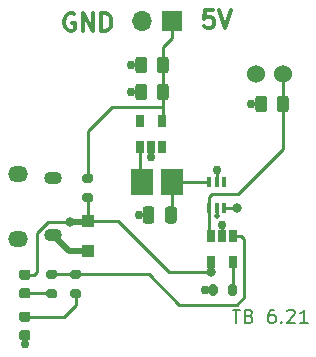
<source format=gbr>
%TF.GenerationSoftware,KiCad,Pcbnew,(5.1.9)-1*%
%TF.CreationDate,2021-06-15T19:58:51-04:00*%
%TF.ProjectId,uBMS,75424d53-2e6b-4696-9361-645f70636258,rev?*%
%TF.SameCoordinates,Original*%
%TF.FileFunction,Copper,L1,Top*%
%TF.FilePolarity,Positive*%
%FSLAX46Y46*%
G04 Gerber Fmt 4.6, Leading zero omitted, Abs format (unit mm)*
G04 Created by KiCad (PCBNEW (5.1.9)-1) date 2021-06-15 19:58:51*
%MOMM*%
%LPD*%
G01*
G04 APERTURE LIST*
%TA.AperFunction,NonConductor*%
%ADD10C,0.203200*%
%TD*%
%TA.AperFunction,NonConductor*%
%ADD11C,0.300000*%
%TD*%
%TA.AperFunction,ComponentPad*%
%ADD12C,1.524000*%
%TD*%
%TA.AperFunction,ComponentPad*%
%ADD13O,1.700000X1.350000*%
%TD*%
%TA.AperFunction,ComponentPad*%
%ADD14O,1.500000X1.100000*%
%TD*%
%TA.AperFunction,SMDPad,CuDef*%
%ADD15R,0.650000X1.060000*%
%TD*%
%TA.AperFunction,SMDPad,CuDef*%
%ADD16R,0.406400X0.880600*%
%TD*%
%TA.AperFunction,SMDPad,CuDef*%
%ADD17R,1.825000X2.200000*%
%TD*%
%TA.AperFunction,ComponentPad*%
%ADD18O,1.700000X1.700000*%
%TD*%
%TA.AperFunction,ComponentPad*%
%ADD19R,1.700000X1.700000*%
%TD*%
%TA.AperFunction,SMDPad,CuDef*%
%ADD20R,1.000000X1.000000*%
%TD*%
%TA.AperFunction,ViaPad*%
%ADD21C,0.762000*%
%TD*%
%TA.AperFunction,ViaPad*%
%ADD22C,0.508000*%
%TD*%
%TA.AperFunction,ViaPad*%
%ADD23C,0.800000*%
%TD*%
%TA.AperFunction,Conductor*%
%ADD24C,0.508000*%
%TD*%
%TA.AperFunction,Conductor*%
%ADD25C,0.254000*%
%TD*%
%TA.AperFunction,Conductor*%
%ADD26C,0.250000*%
%TD*%
G04 APERTURE END LIST*
D10*
X96075500Y-96656071D02*
X96728642Y-96656071D01*
X96402071Y-97799071D02*
X96402071Y-96656071D01*
X97490642Y-97200357D02*
X97653928Y-97254785D01*
X97708357Y-97309214D01*
X97762785Y-97418071D01*
X97762785Y-97581357D01*
X97708357Y-97690214D01*
X97653928Y-97744642D01*
X97545071Y-97799071D01*
X97109642Y-97799071D01*
X97109642Y-96656071D01*
X97490642Y-96656071D01*
X97599500Y-96710500D01*
X97653928Y-96764928D01*
X97708357Y-96873785D01*
X97708357Y-96982642D01*
X97653928Y-97091500D01*
X97599500Y-97145928D01*
X97490642Y-97200357D01*
X97109642Y-97200357D01*
X99613357Y-96656071D02*
X99395642Y-96656071D01*
X99286785Y-96710500D01*
X99232357Y-96764928D01*
X99123500Y-96928214D01*
X99069071Y-97145928D01*
X99069071Y-97581357D01*
X99123500Y-97690214D01*
X99177928Y-97744642D01*
X99286785Y-97799071D01*
X99504500Y-97799071D01*
X99613357Y-97744642D01*
X99667785Y-97690214D01*
X99722214Y-97581357D01*
X99722214Y-97309214D01*
X99667785Y-97200357D01*
X99613357Y-97145928D01*
X99504500Y-97091500D01*
X99286785Y-97091500D01*
X99177928Y-97145928D01*
X99123500Y-97200357D01*
X99069071Y-97309214D01*
X100212071Y-97690214D02*
X100266500Y-97744642D01*
X100212071Y-97799071D01*
X100157642Y-97744642D01*
X100212071Y-97690214D01*
X100212071Y-97799071D01*
X100701928Y-96764928D02*
X100756357Y-96710500D01*
X100865214Y-96656071D01*
X101137357Y-96656071D01*
X101246214Y-96710500D01*
X101300642Y-96764928D01*
X101355071Y-96873785D01*
X101355071Y-96982642D01*
X101300642Y-97145928D01*
X100647500Y-97799071D01*
X101355071Y-97799071D01*
X102443642Y-97799071D02*
X101790500Y-97799071D01*
X102117071Y-97799071D02*
X102117071Y-96656071D01*
X102008214Y-96819357D01*
X101899357Y-96928214D01*
X101790500Y-96982642D01*
D11*
X94456285Y-71314571D02*
X93742000Y-71314571D01*
X93670571Y-72028857D01*
X93742000Y-71957428D01*
X93884857Y-71886000D01*
X94242000Y-71886000D01*
X94384857Y-71957428D01*
X94456285Y-72028857D01*
X94527714Y-72171714D01*
X94527714Y-72528857D01*
X94456285Y-72671714D01*
X94384857Y-72743142D01*
X94242000Y-72814571D01*
X93884857Y-72814571D01*
X93742000Y-72743142D01*
X93670571Y-72671714D01*
X94956285Y-71314571D02*
X95456285Y-72814571D01*
X95956285Y-71314571D01*
X82677142Y-71640000D02*
X82534285Y-71568571D01*
X82320000Y-71568571D01*
X82105714Y-71640000D01*
X81962857Y-71782857D01*
X81891428Y-71925714D01*
X81820000Y-72211428D01*
X81820000Y-72425714D01*
X81891428Y-72711428D01*
X81962857Y-72854285D01*
X82105714Y-72997142D01*
X82320000Y-73068571D01*
X82462857Y-73068571D01*
X82677142Y-72997142D01*
X82748571Y-72925714D01*
X82748571Y-72425714D01*
X82462857Y-72425714D01*
X83391428Y-73068571D02*
X83391428Y-71568571D01*
X84248571Y-73068571D01*
X84248571Y-71568571D01*
X84962857Y-73068571D02*
X84962857Y-71568571D01*
X85320000Y-71568571D01*
X85534285Y-71640000D01*
X85677142Y-71782857D01*
X85748571Y-71925714D01*
X85820000Y-72211428D01*
X85820000Y-72425714D01*
X85748571Y-72711428D01*
X85677142Y-72854285D01*
X85534285Y-72997142D01*
X85320000Y-73068571D01*
X84962857Y-73068571D01*
%TO.P,C2,2*%
%TO.N,GND*%
%TA.AperFunction,SMDPad,CuDef*%
G36*
G01*
X89466000Y-88171000D02*
X89466000Y-89121000D01*
G75*
G02*
X89216000Y-89371000I-250000J0D01*
G01*
X88716000Y-89371000D01*
G75*
G02*
X88466000Y-89121000I0J250000D01*
G01*
X88466000Y-88171000D01*
G75*
G02*
X88716000Y-87921000I250000J0D01*
G01*
X89216000Y-87921000D01*
G75*
G02*
X89466000Y-88171000I0J-250000D01*
G01*
G37*
%TD.AperFunction*%
%TO.P,C2,1*%
%TO.N,Net-(C2-Pad1)*%
%TA.AperFunction,SMDPad,CuDef*%
G36*
G01*
X91366000Y-88171000D02*
X91366000Y-89121000D01*
G75*
G02*
X91116000Y-89371000I-250000J0D01*
G01*
X90616000Y-89371000D01*
G75*
G02*
X90366000Y-89121000I0J250000D01*
G01*
X90366000Y-88171000D01*
G75*
G02*
X90616000Y-87921000I250000J0D01*
G01*
X91116000Y-87921000D01*
G75*
G02*
X91366000Y-88171000I0J-250000D01*
G01*
G37*
%TD.AperFunction*%
%TD*%
%TO.P,R4,2*%
%TO.N,Net-(R2-Pad2)*%
%TA.AperFunction,SMDPad,CuDef*%
G36*
G01*
X83079000Y-94063000D02*
X82529000Y-94063000D01*
G75*
G02*
X82329000Y-93863000I0J200000D01*
G01*
X82329000Y-93463000D01*
G75*
G02*
X82529000Y-93263000I200000J0D01*
G01*
X83079000Y-93263000D01*
G75*
G02*
X83279000Y-93463000I0J-200000D01*
G01*
X83279000Y-93863000D01*
G75*
G02*
X83079000Y-94063000I-200000J0D01*
G01*
G37*
%TD.AperFunction*%
%TO.P,R4,1*%
%TO.N,Net-(LED2-Pad2)*%
%TA.AperFunction,SMDPad,CuDef*%
G36*
G01*
X83079000Y-95713000D02*
X82529000Y-95713000D01*
G75*
G02*
X82329000Y-95513000I0J200000D01*
G01*
X82329000Y-95113000D01*
G75*
G02*
X82529000Y-94913000I200000J0D01*
G01*
X83079000Y-94913000D01*
G75*
G02*
X83279000Y-95113000I0J-200000D01*
G01*
X83279000Y-95513000D01*
G75*
G02*
X83079000Y-95713000I-200000J0D01*
G01*
G37*
%TD.AperFunction*%
%TD*%
%TO.P,R2,2*%
%TO.N,Net-(R2-Pad2)*%
%TA.AperFunction,SMDPad,CuDef*%
G36*
G01*
X81047000Y-94063000D02*
X80497000Y-94063000D01*
G75*
G02*
X80297000Y-93863000I0J200000D01*
G01*
X80297000Y-93463000D01*
G75*
G02*
X80497000Y-93263000I200000J0D01*
G01*
X81047000Y-93263000D01*
G75*
G02*
X81247000Y-93463000I0J-200000D01*
G01*
X81247000Y-93863000D01*
G75*
G02*
X81047000Y-94063000I-200000J0D01*
G01*
G37*
%TD.AperFunction*%
%TO.P,R2,1*%
%TO.N,Net-(LED1-Pad1)*%
%TA.AperFunction,SMDPad,CuDef*%
G36*
G01*
X81047000Y-95713000D02*
X80497000Y-95713000D01*
G75*
G02*
X80297000Y-95513000I0J200000D01*
G01*
X80297000Y-95113000D01*
G75*
G02*
X80497000Y-94913000I200000J0D01*
G01*
X81047000Y-94913000D01*
G75*
G02*
X81247000Y-95113000I0J-200000D01*
G01*
X81247000Y-95513000D01*
G75*
G02*
X81047000Y-95713000I-200000J0D01*
G01*
G37*
%TD.AperFunction*%
%TD*%
%TO.P,DONE,2*%
%TO.N,Net-(LED2-Pad2)*%
%TA.AperFunction,SMDPad,CuDef*%
G36*
G01*
X78742250Y-97694000D02*
X78229750Y-97694000D01*
G75*
G02*
X78011000Y-97475250I0J218750D01*
G01*
X78011000Y-97037750D01*
G75*
G02*
X78229750Y-96819000I218750J0D01*
G01*
X78742250Y-96819000D01*
G75*
G02*
X78961000Y-97037750I0J-218750D01*
G01*
X78961000Y-97475250D01*
G75*
G02*
X78742250Y-97694000I-218750J0D01*
G01*
G37*
%TD.AperFunction*%
%TO.P,DONE,1*%
%TO.N,GND*%
%TA.AperFunction,SMDPad,CuDef*%
G36*
G01*
X78742250Y-99269000D02*
X78229750Y-99269000D01*
G75*
G02*
X78011000Y-99050250I0J218750D01*
G01*
X78011000Y-98612750D01*
G75*
G02*
X78229750Y-98394000I218750J0D01*
G01*
X78742250Y-98394000D01*
G75*
G02*
X78961000Y-98612750I0J-218750D01*
G01*
X78961000Y-99050250D01*
G75*
G02*
X78742250Y-99269000I-218750J0D01*
G01*
G37*
%TD.AperFunction*%
%TD*%
%TO.P,CHG,2*%
%TO.N,+V_USB*%
%TA.AperFunction,SMDPad,CuDef*%
G36*
G01*
X78742250Y-94138000D02*
X78229750Y-94138000D01*
G75*
G02*
X78011000Y-93919250I0J218750D01*
G01*
X78011000Y-93481750D01*
G75*
G02*
X78229750Y-93263000I218750J0D01*
G01*
X78742250Y-93263000D01*
G75*
G02*
X78961000Y-93481750I0J-218750D01*
G01*
X78961000Y-93919250D01*
G75*
G02*
X78742250Y-94138000I-218750J0D01*
G01*
G37*
%TD.AperFunction*%
%TO.P,CHG,1*%
%TO.N,Net-(LED1-Pad1)*%
%TA.AperFunction,SMDPad,CuDef*%
G36*
G01*
X78742250Y-95713000D02*
X78229750Y-95713000D01*
G75*
G02*
X78011000Y-95494250I0J218750D01*
G01*
X78011000Y-95056750D01*
G75*
G02*
X78229750Y-94838000I218750J0D01*
G01*
X78742250Y-94838000D01*
G75*
G02*
X78961000Y-95056750I0J-218750D01*
G01*
X78961000Y-95494250D01*
G75*
G02*
X78742250Y-95713000I-218750J0D01*
G01*
G37*
%TD.AperFunction*%
%TD*%
D12*
%TO.P,3.7V 180mAh,2*%
%TO.N,GND*%
X98044000Y-76708000D03*
%TO.P,3.7V 180mAh,1*%
%TO.N,+V_BAT*%
X100330000Y-76708000D03*
%TD*%
D13*
%TO.P,J2,6*%
%TO.N,GND*%
X77879000Y-85179000D03*
X77879000Y-90639000D03*
D14*
X80879000Y-85489000D03*
X80879000Y-90329000D03*
%TD*%
D15*
%TO.P,U3,5*%
%TO.N,Net-(U3-Pad5)*%
X88204000Y-80688000D03*
%TO.P,U3,4*%
%TO.N,+5V*%
X90104000Y-80688000D03*
%TO.P,U3,3*%
%TO.N,Net-(U3-Pad3)*%
X90104000Y-82888000D03*
%TO.P,U3,2*%
%TO.N,GND*%
X89154000Y-82888000D03*
%TO.P,U3,1*%
%TO.N,Net-(L1-Pad2)*%
X88204000Y-82888000D03*
%TD*%
%TO.P,U2,5*%
%TO.N,Net-(R1-Pad1)*%
X96134000Y-92624000D03*
%TO.P,U2,4*%
%TO.N,+V_USB*%
X94234000Y-92624000D03*
%TO.P,U2,3*%
%TO.N,+V_BAT*%
X94234000Y-90424000D03*
%TO.P,U2,2*%
%TO.N,GND*%
X95184000Y-90424000D03*
%TO.P,U2,1*%
%TO.N,Net-(R2-Pad2)*%
X96134000Y-90424000D03*
%TD*%
D16*
%TO.P,U1,1*%
%TO.N,+V_BAT*%
X94092001Y-88082602D03*
%TO.P,U1,2*%
%TO.N,GND*%
X94742000Y-88082602D03*
%TO.P,U1,3*%
%TO.N,+V_USB*%
X95391999Y-88082602D03*
%TO.P,U1,4*%
%TO.N,Net-(U1-Pad4)*%
X95391999Y-85852000D03*
%TO.P,U1,5*%
%TO.N,GND*%
X94742000Y-85852000D03*
%TO.P,U1,6*%
%TO.N,Net-(C2-Pad1)*%
X94092001Y-85852000D03*
%TD*%
%TO.P,R3,2*%
%TO.N,+V_USB*%
%TA.AperFunction,SMDPad,CuDef*%
G36*
G01*
X83545000Y-86785000D02*
X84095000Y-86785000D01*
G75*
G02*
X84295000Y-86985000I0J-200000D01*
G01*
X84295000Y-87385000D01*
G75*
G02*
X84095000Y-87585000I-200000J0D01*
G01*
X83545000Y-87585000D01*
G75*
G02*
X83345000Y-87385000I0J200000D01*
G01*
X83345000Y-86985000D01*
G75*
G02*
X83545000Y-86785000I200000J0D01*
G01*
G37*
%TD.AperFunction*%
%TO.P,R3,1*%
%TO.N,+5V*%
%TA.AperFunction,SMDPad,CuDef*%
G36*
G01*
X83545000Y-85135000D02*
X84095000Y-85135000D01*
G75*
G02*
X84295000Y-85335000I0J-200000D01*
G01*
X84295000Y-85735000D01*
G75*
G02*
X84095000Y-85935000I-200000J0D01*
G01*
X83545000Y-85935000D01*
G75*
G02*
X83345000Y-85735000I0J200000D01*
G01*
X83345000Y-85335000D01*
G75*
G02*
X83545000Y-85135000I200000J0D01*
G01*
G37*
%TD.AperFunction*%
%TD*%
%TO.P,R1,2*%
%TO.N,GND*%
%TA.AperFunction,SMDPad,CuDef*%
G36*
G01*
X94825000Y-94721000D02*
X94825000Y-95271000D01*
G75*
G02*
X94625000Y-95471000I-200000J0D01*
G01*
X94225000Y-95471000D01*
G75*
G02*
X94025000Y-95271000I0J200000D01*
G01*
X94025000Y-94721000D01*
G75*
G02*
X94225000Y-94521000I200000J0D01*
G01*
X94625000Y-94521000D01*
G75*
G02*
X94825000Y-94721000I0J-200000D01*
G01*
G37*
%TD.AperFunction*%
%TO.P,R1,1*%
%TO.N,Net-(R1-Pad1)*%
%TA.AperFunction,SMDPad,CuDef*%
G36*
G01*
X96475000Y-94721000D02*
X96475000Y-95271000D01*
G75*
G02*
X96275000Y-95471000I-200000J0D01*
G01*
X95875000Y-95471000D01*
G75*
G02*
X95675000Y-95271000I0J200000D01*
G01*
X95675000Y-94721000D01*
G75*
G02*
X95875000Y-94521000I200000J0D01*
G01*
X96275000Y-94521000D01*
G75*
G02*
X96475000Y-94721000I0J-200000D01*
G01*
G37*
%TD.AperFunction*%
%TD*%
D17*
%TO.P,L1,2*%
%TO.N,Net-(L1-Pad2)*%
X88374500Y-85852000D03*
%TO.P,L1,1*%
%TO.N,Net-(C2-Pad1)*%
X90949500Y-85852000D03*
%TD*%
D18*
%TO.P,W,2*%
%TO.N,GND*%
X88392000Y-72263000D03*
D19*
%TO.P,W,1*%
%TO.N,+5V*%
X90932000Y-72263000D03*
%TD*%
D20*
%TO.P,D1,2*%
%TO.N,GND*%
X83820000Y-91674000D03*
%TO.P,D1,1*%
%TO.N,+V_USB*%
X83820000Y-89174000D03*
%TD*%
%TO.P,C4,2*%
%TO.N,GND*%
%TA.AperFunction,SMDPad,CuDef*%
G36*
G01*
X88857500Y-75495999D02*
X88857500Y-76396001D01*
G75*
G02*
X88607501Y-76646000I-249999J0D01*
G01*
X88082499Y-76646000D01*
G75*
G02*
X87832500Y-76396001I0J249999D01*
G01*
X87832500Y-75495999D01*
G75*
G02*
X88082499Y-75246000I249999J0D01*
G01*
X88607501Y-75246000D01*
G75*
G02*
X88857500Y-75495999I0J-249999D01*
G01*
G37*
%TD.AperFunction*%
%TO.P,C4,1*%
%TO.N,+5V*%
%TA.AperFunction,SMDPad,CuDef*%
G36*
G01*
X90682500Y-75495999D02*
X90682500Y-76396001D01*
G75*
G02*
X90432501Y-76646000I-249999J0D01*
G01*
X89907499Y-76646000D01*
G75*
G02*
X89657500Y-76396001I0J249999D01*
G01*
X89657500Y-75495999D01*
G75*
G02*
X89907499Y-75246000I249999J0D01*
G01*
X90432501Y-75246000D01*
G75*
G02*
X90682500Y-75495999I0J-249999D01*
G01*
G37*
%TD.AperFunction*%
%TD*%
%TO.P,C3,2*%
%TO.N,GND*%
%TA.AperFunction,SMDPad,CuDef*%
G36*
G01*
X88857500Y-77781999D02*
X88857500Y-78682001D01*
G75*
G02*
X88607501Y-78932000I-249999J0D01*
G01*
X88082499Y-78932000D01*
G75*
G02*
X87832500Y-78682001I0J249999D01*
G01*
X87832500Y-77781999D01*
G75*
G02*
X88082499Y-77532000I249999J0D01*
G01*
X88607501Y-77532000D01*
G75*
G02*
X88857500Y-77781999I0J-249999D01*
G01*
G37*
%TD.AperFunction*%
%TO.P,C3,1*%
%TO.N,+5V*%
%TA.AperFunction,SMDPad,CuDef*%
G36*
G01*
X90682500Y-77781999D02*
X90682500Y-78682001D01*
G75*
G02*
X90432501Y-78932000I-249999J0D01*
G01*
X89907499Y-78932000D01*
G75*
G02*
X89657500Y-78682001I0J249999D01*
G01*
X89657500Y-77781999D01*
G75*
G02*
X89907499Y-77532000I249999J0D01*
G01*
X90432501Y-77532000D01*
G75*
G02*
X90682500Y-77781999I0J-249999D01*
G01*
G37*
%TD.AperFunction*%
%TD*%
%TO.P,C1,2*%
%TO.N,GND*%
%TA.AperFunction,SMDPad,CuDef*%
G36*
G01*
X99017500Y-78797999D02*
X99017500Y-79698001D01*
G75*
G02*
X98767501Y-79948000I-249999J0D01*
G01*
X98242499Y-79948000D01*
G75*
G02*
X97992500Y-79698001I0J249999D01*
G01*
X97992500Y-78797999D01*
G75*
G02*
X98242499Y-78548000I249999J0D01*
G01*
X98767501Y-78548000D01*
G75*
G02*
X99017500Y-78797999I0J-249999D01*
G01*
G37*
%TD.AperFunction*%
%TO.P,C1,1*%
%TO.N,+V_BAT*%
%TA.AperFunction,SMDPad,CuDef*%
G36*
G01*
X100842500Y-78797999D02*
X100842500Y-79698001D01*
G75*
G02*
X100592501Y-79948000I-249999J0D01*
G01*
X100067499Y-79948000D01*
G75*
G02*
X99817500Y-79698001I0J249999D01*
G01*
X99817500Y-78797999D01*
G75*
G02*
X100067499Y-78548000I249999J0D01*
G01*
X100592501Y-78548000D01*
G75*
G02*
X100842500Y-78797999I0J-249999D01*
G01*
G37*
%TD.AperFunction*%
%TD*%
D21*
%TO.N,GND*%
X78486000Y-99568000D03*
D22*
X94742000Y-88747600D03*
D21*
X95184000Y-89535000D03*
X93726000Y-94996000D03*
X88138000Y-88646000D03*
X97663000Y-79248000D03*
X94742000Y-84836000D03*
X87503000Y-75946000D03*
X87503000Y-78232000D03*
X89154000Y-83756500D03*
D23*
%TO.N,+V_USB*%
X94234000Y-93472000D03*
X82296000Y-89209000D03*
X96448398Y-88082602D03*
%TD*%
D24*
%TO.N,GND*%
X82224000Y-91674000D02*
X80879000Y-90329000D01*
X83820000Y-91674000D02*
X82224000Y-91674000D01*
D25*
X94742000Y-88082602D02*
X94742000Y-88747600D01*
X94425000Y-94996000D02*
X93726000Y-94996000D01*
X89154000Y-82888000D02*
X89154000Y-83756500D01*
X88966000Y-88646000D02*
X88138000Y-88646000D01*
X88345000Y-78232000D02*
X87503000Y-78232000D01*
X88345000Y-75946000D02*
X87503000Y-75946000D01*
X98505000Y-79248000D02*
X97663000Y-79248000D01*
X93726000Y-94996000D02*
X93662500Y-94996000D01*
X88138000Y-88646000D02*
X88074500Y-88646000D01*
X97663000Y-79248000D02*
X97472500Y-79248000D01*
X94742000Y-85852000D02*
X94742000Y-84709000D01*
X87503000Y-75946000D02*
X87249000Y-75946000D01*
X87503000Y-78232000D02*
X87249000Y-78232000D01*
X78486000Y-98831500D02*
X78486000Y-98859999D01*
X78486000Y-98831500D02*
X78486000Y-99568000D01*
X95184000Y-89535000D02*
X95184000Y-90424000D01*
D24*
%TO.N,+5V*%
X90104000Y-78298000D02*
X90170000Y-78232000D01*
D25*
X90170000Y-80622000D02*
X90104000Y-80688000D01*
X90170000Y-75946000D02*
X90170000Y-78232000D01*
X83820000Y-85535000D02*
X83820000Y-81534000D01*
X85852000Y-79502000D02*
X90170000Y-79502000D01*
X83820000Y-81534000D02*
X85852000Y-79502000D01*
X90170000Y-79502000D02*
X90170000Y-80622000D01*
X90170000Y-78232000D02*
X90170000Y-79502000D01*
D26*
X90170000Y-74930000D02*
X90170000Y-75946000D01*
X90170000Y-74422000D02*
X90170000Y-74930000D01*
X90932000Y-73660000D02*
X90170000Y-74422000D01*
X90932000Y-72263000D02*
X90932000Y-73660000D01*
D25*
%TO.N,+V_BAT*%
X100330000Y-76708000D02*
X100330000Y-78994000D01*
X100330000Y-81026000D02*
X100330000Y-81534000D01*
X100330000Y-79248000D02*
X100330000Y-81026000D01*
D26*
X94092001Y-87263999D02*
X94092001Y-88082602D01*
X100330000Y-81026000D02*
X100330000Y-83058000D01*
D25*
X97282000Y-86106000D02*
X96520000Y-86868000D01*
D26*
X100330000Y-83058000D02*
X97282000Y-86106000D01*
D25*
X94092001Y-87136999D02*
X94361000Y-86868000D01*
X94092001Y-87263999D02*
X94092001Y-87136999D01*
X94361000Y-86868000D02*
X96520000Y-86868000D01*
X96520000Y-86868000D02*
X96837500Y-86550500D01*
D26*
X97282000Y-86106000D02*
X96837500Y-86550500D01*
D25*
X94092001Y-90282001D02*
X94234000Y-90424000D01*
X94092001Y-88082602D02*
X94092001Y-90282001D01*
%TO.N,Net-(C2-Pad1)*%
X90949500Y-88562500D02*
X90866000Y-88646000D01*
X90949500Y-85852000D02*
X90949500Y-88562500D01*
X94092001Y-85852000D02*
X90949500Y-85852000D01*
D24*
%TO.N,+V_USB*%
X83785000Y-89209000D02*
X83820000Y-89174000D01*
X82296000Y-89209000D02*
X83785000Y-89209000D01*
D25*
X83820000Y-89174000D02*
X83820000Y-87185000D01*
X79273500Y-93700500D02*
X78486000Y-93700500D01*
X79502000Y-93472000D02*
X79273500Y-93700500D01*
X79502000Y-90170000D02*
X79502000Y-93472000D01*
X80463000Y-89209000D02*
X79502000Y-90170000D01*
X82296000Y-89209000D02*
X80463000Y-89209000D01*
X95391999Y-88082602D02*
X96448398Y-88082602D01*
X84475000Y-89174000D02*
X83820000Y-89174000D01*
X84856000Y-89174000D02*
X84475000Y-89174000D01*
X86380000Y-89174000D02*
X84475000Y-89174000D01*
X90678000Y-93472000D02*
X86380000Y-89174000D01*
X94234000Y-93472000D02*
X90678000Y-93472000D01*
X94234000Y-92624000D02*
X94234000Y-93472000D01*
X96448398Y-88082602D02*
X96591602Y-88082602D01*
%TO.N,Net-(L1-Pad2)*%
X88204000Y-85681500D02*
X88374500Y-85852000D01*
X88204000Y-82888000D02*
X88204000Y-85681500D01*
%TO.N,Net-(R1-Pad1)*%
X96144000Y-95065000D02*
X96075000Y-94996000D01*
X96134000Y-94937000D02*
X96075000Y-94996000D01*
X96134000Y-92624000D02*
X96134000Y-94937000D01*
%TO.N,Net-(LED1-Pad1)*%
X80734500Y-95275500D02*
X80772000Y-95313000D01*
X78486000Y-95275500D02*
X80734500Y-95275500D01*
%TO.N,Net-(LED2-Pad2)*%
X78486000Y-97256500D02*
X81813500Y-97256500D01*
X82804000Y-96266000D02*
X81813500Y-97256500D01*
X82804000Y-96266000D02*
X82804000Y-95313000D01*
%TO.N,Net-(R2-Pad2)*%
X82804000Y-93663000D02*
X80772000Y-93663000D01*
X88964000Y-93663000D02*
X82804000Y-93663000D01*
X91528461Y-96227461D02*
X88964000Y-93663000D01*
X96431539Y-96227461D02*
X91528461Y-96227461D01*
X97028000Y-95631000D02*
X96431539Y-96227461D01*
X97028000Y-90678000D02*
X97028000Y-95631000D01*
X96774000Y-90424000D02*
X97028000Y-90678000D01*
X96134000Y-90424000D02*
X96774000Y-90424000D01*
%TD*%
M02*

</source>
